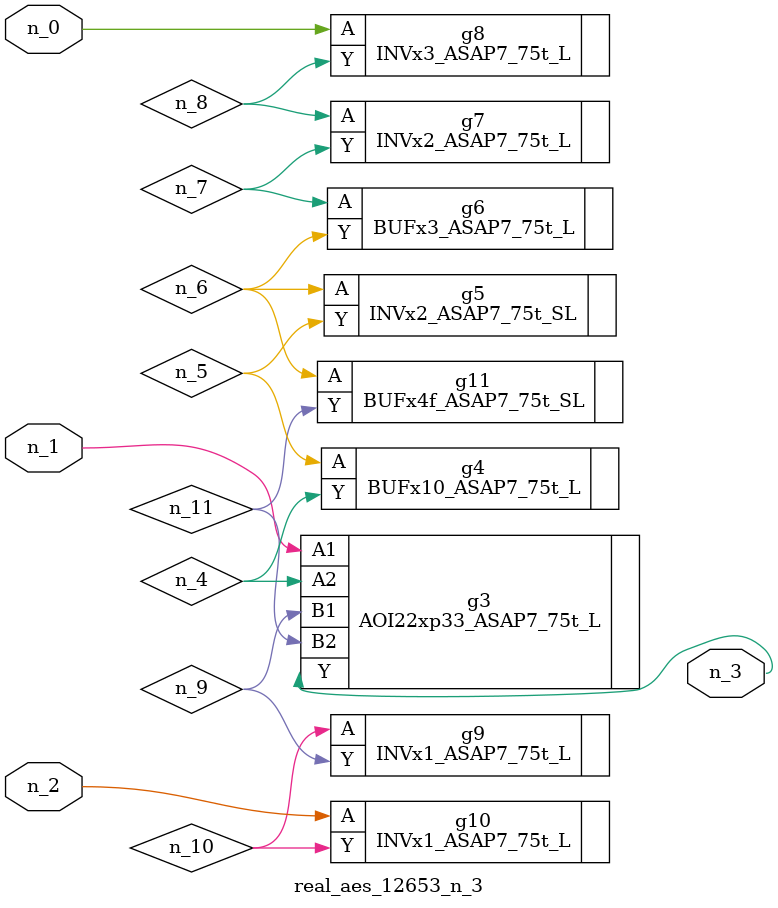
<source format=v>
module real_aes_12653_n_3 (n_0, n_2, n_1, n_3);
input n_0;
input n_2;
input n_1;
output n_3;
wire n_4;
wire n_5;
wire n_7;
wire n_9;
wire n_6;
wire n_8;
wire n_10;
wire n_11;
INVx3_ASAP7_75t_L g8 ( .A(n_0), .Y(n_8) );
AOI22xp33_ASAP7_75t_L g3 ( .A1(n_1), .A2(n_4), .B1(n_9), .B2(n_11), .Y(n_3) );
INVx1_ASAP7_75t_L g10 ( .A(n_2), .Y(n_10) );
BUFx10_ASAP7_75t_L g4 ( .A(n_5), .Y(n_4) );
INVx2_ASAP7_75t_SL g5 ( .A(n_6), .Y(n_5) );
BUFx4f_ASAP7_75t_SL g11 ( .A(n_6), .Y(n_11) );
BUFx3_ASAP7_75t_L g6 ( .A(n_7), .Y(n_6) );
INVx2_ASAP7_75t_L g7 ( .A(n_8), .Y(n_7) );
INVx1_ASAP7_75t_L g9 ( .A(n_10), .Y(n_9) );
endmodule
</source>
